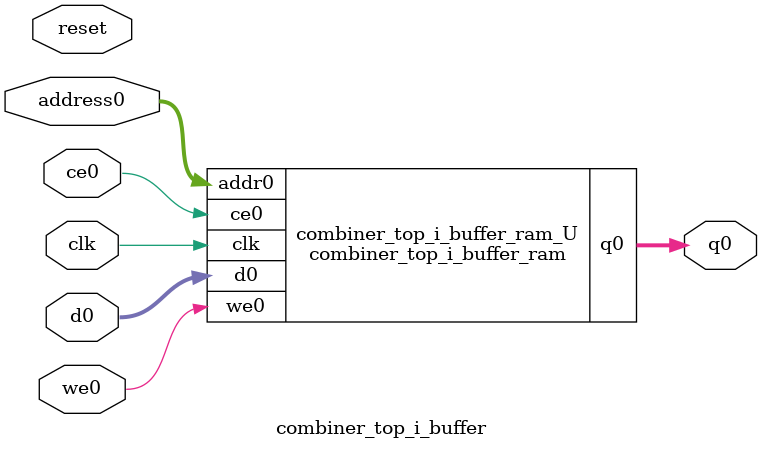
<source format=v>

`timescale 1 ns / 1 ps
module combiner_top_i_buffer_ram (addr0, ce0, d0, we0, q0,  clk);

parameter DWIDTH = 32;
parameter AWIDTH = 3;
parameter MEM_SIZE = 8;

input[AWIDTH-1:0] addr0;
input ce0;
input[DWIDTH-1:0] d0;
input we0;
output reg[DWIDTH-1:0] q0;
input clk;

(* ram_style = "block" *)reg [DWIDTH-1:0] ram[MEM_SIZE-1:0];




always @(posedge clk)  
begin 
    if (ce0) 
    begin
        if (we0) 
        begin 
            ram[addr0] <= d0; 
            q0 <= d0;
        end 
        else 
            q0 <= ram[addr0];
    end
end


endmodule


`timescale 1 ns / 1 ps
module combiner_top_i_buffer(
    reset,
    clk,
    address0,
    ce0,
    we0,
    d0,
    q0);

parameter DataWidth = 32'd32;
parameter AddressRange = 32'd8;
parameter AddressWidth = 32'd3;
input reset;
input clk;
input[AddressWidth - 1:0] address0;
input ce0;
input we0;
input[DataWidth - 1:0] d0;
output[DataWidth - 1:0] q0;




combiner_top_i_buffer_ram combiner_top_i_buffer_ram_U(
    .clk( clk ),
    .addr0( address0 ),
    .ce0( ce0 ),
    .d0( d0 ),
    .we0( we0 ),
    .q0( q0 ));

endmodule


</source>
